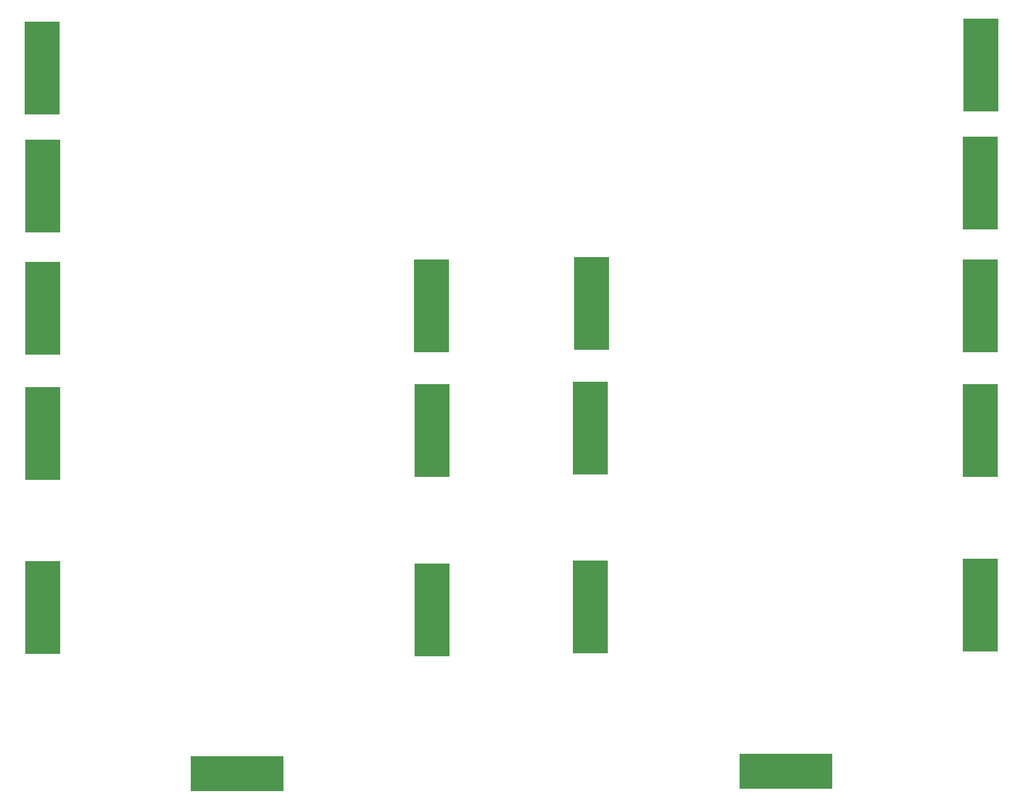
<source format=gbr>
G04 ===== Begin FILE IDENTIFICATION =====*
G04 File Format:  Gerber RS274X*
G04 ===== End FILE IDENTIFICATION =====*
%FSDAX34Y34*%
%MOMM*%
%SFA1.0000B1.0000*%
%OFA0.0B0.0*%
%ADD14R,5.000000X13.000000*%
%ADD15R,13.000000X5.000000*%
%LNsolder_mask*%
%IPPOS*%
%LPD*%
G75*
D14*
X-0630600Y0492413D03*
Y0664413D03*
Y0316413D03*
Y0071413D03*
X-0082600Y0320413D03*
Y0068413D03*
X-0083600Y0495413D03*
X-0631600Y0830413D03*
D15*
X-0357600Y-0162587D03*
X0415000Y-0159000D03*
D14*
X0688000Y0075000D03*
Y0320000D03*
Y0496000D03*
Y0668000D03*
X0689000Y0834000D03*
X0141000Y0499000D03*
X0140000Y0324000D03*
Y0072000D03*
M02*


</source>
